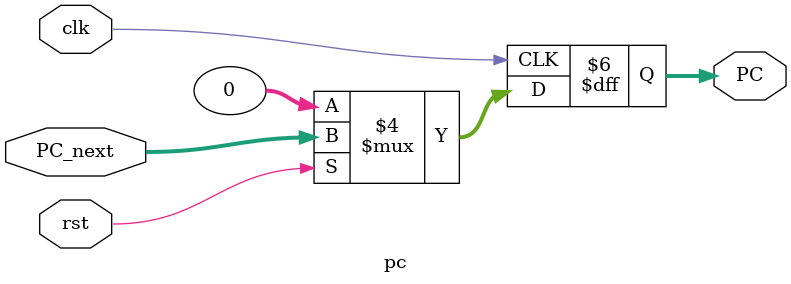
<source format=v>
`timescale 1ns / 1ps

module pc(
input [31:0] PC_next,
input rst,clk,
output reg [31:0] PC
);
    always @(posedge clk) begin //To update PC in every clock cycle we used Sequqntial Logic
        if(rst==1'b0)
            PC <=32'h00000000;
        else 
            PC<=PC_next;
    end
endmodule

</source>
